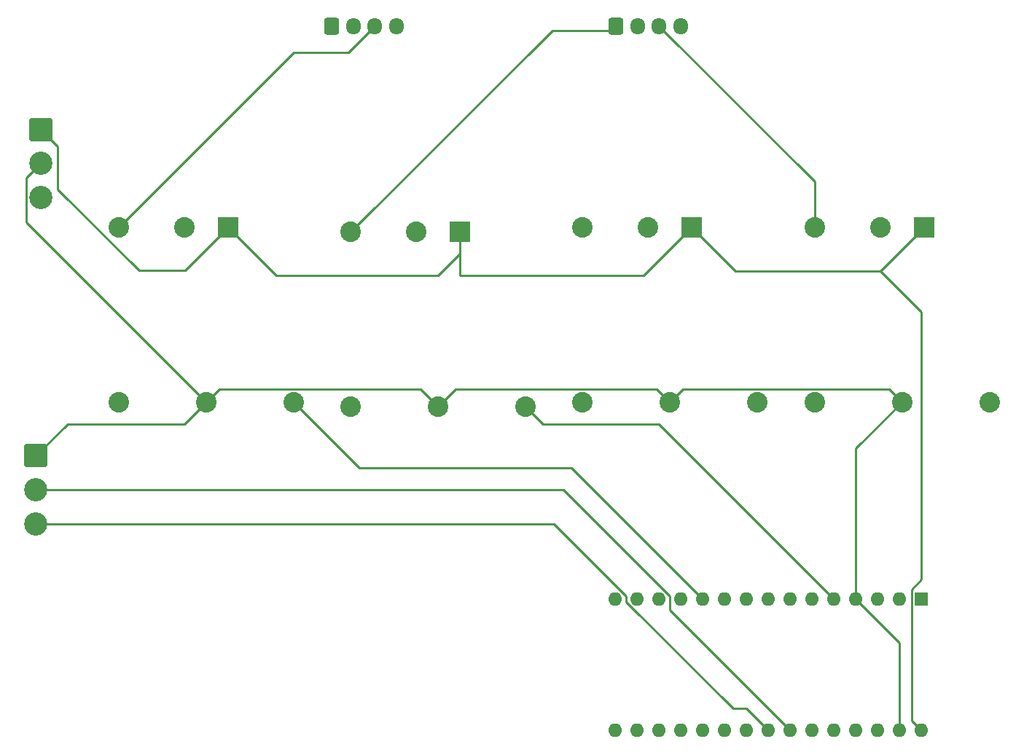
<source format=gtl>
%TF.GenerationSoftware,KiCad,Pcbnew,(6.0.11)*%
%TF.CreationDate,2023-02-28T23:19:18-08:00*%
%TF.ProjectId,kiCad_LED_project,6b694361-645f-44c4-9544-5f70726f6a65,rev?*%
%TF.SameCoordinates,Original*%
%TF.FileFunction,Copper,L1,Top*%
%TF.FilePolarity,Positive*%
%FSLAX46Y46*%
G04 Gerber Fmt 4.6, Leading zero omitted, Abs format (unit mm)*
G04 Created by KiCad (PCBNEW (6.0.11)) date 2023-02-28 23:19:18*
%MOMM*%
%LPD*%
G01*
G04 APERTURE LIST*
G04 Aperture macros list*
%AMRoundRect*
0 Rectangle with rounded corners*
0 $1 Rounding radius*
0 $2 $3 $4 $5 $6 $7 $8 $9 X,Y pos of 4 corners*
0 Add a 4 corners polygon primitive as box body*
4,1,4,$2,$3,$4,$5,$6,$7,$8,$9,$2,$3,0*
0 Add four circle primitives for the rounded corners*
1,1,$1+$1,$2,$3*
1,1,$1+$1,$4,$5*
1,1,$1+$1,$6,$7*
1,1,$1+$1,$8,$9*
0 Add four rect primitives between the rounded corners*
20,1,$1+$1,$2,$3,$4,$5,0*
20,1,$1+$1,$4,$5,$6,$7,0*
20,1,$1+$1,$6,$7,$8,$9,0*
20,1,$1+$1,$8,$9,$2,$3,0*%
G04 Aperture macros list end*
%TA.AperFunction,ComponentPad*%
%ADD10R,2.390000X2.390000*%
%TD*%
%TA.AperFunction,ComponentPad*%
%ADD11C,2.390000*%
%TD*%
%TA.AperFunction,ComponentPad*%
%ADD12RoundRect,0.250001X-1.099999X1.099999X-1.099999X-1.099999X1.099999X-1.099999X1.099999X1.099999X0*%
%TD*%
%TA.AperFunction,ComponentPad*%
%ADD13C,2.700000*%
%TD*%
%TA.AperFunction,ComponentPad*%
%ADD14RoundRect,0.250000X-0.600000X-0.725000X0.600000X-0.725000X0.600000X0.725000X-0.600000X0.725000X0*%
%TD*%
%TA.AperFunction,ComponentPad*%
%ADD15O,1.700000X1.950000*%
%TD*%
%TA.AperFunction,ComponentPad*%
%ADD16R,1.600000X1.600000*%
%TD*%
%TA.AperFunction,ComponentPad*%
%ADD17O,1.600000X1.600000*%
%TD*%
%TA.AperFunction,Conductor*%
%ADD18C,0.250000*%
%TD*%
G04 APERTURE END LIST*
D10*
%TO.P,U1,1,+VIN*%
%TO.N,+BATT*%
X112767500Y-69105000D03*
D11*
%TO.P,U1,2*%
%TO.N,N/C*%
X107687500Y-69105000D03*
%TO.P,U1,3,PWMDIM*%
%TO.N,Net-(A1-Pad5)*%
X120387500Y-89425000D03*
%TO.P,U1,4,-VIN*%
%TO.N,GND*%
X110227500Y-89425000D03*
%TO.P,U1,5,-VOUT*%
%TO.N,Net-(J1-Pad2)*%
X100067500Y-89425000D03*
%TO.P,U1,6,+VOUT*%
%TO.N,Net-(J1-Pad1)*%
X100067500Y-69105000D03*
%TD*%
D12*
%TO.P,J3,1,Pin_1*%
%TO.N,+BATT*%
X64050000Y-57222500D03*
D13*
%TO.P,J3,2,Pin_2*%
%TO.N,GND*%
X64050000Y-61182500D03*
%TO.P,J3,3,Pin_3*%
%TO.N,unconnected-(J3-Pad3)*%
X64050000Y-65142500D03*
%TD*%
D10*
%TO.P,U4,1,+VIN*%
%TO.N,+BATT*%
X85817500Y-68580000D03*
D11*
%TO.P,U4,2*%
%TO.N,N/C*%
X80737500Y-68580000D03*
%TO.P,U4,3,PWMDIM*%
%TO.N,Net-(A1-Pad11)*%
X93437500Y-88900000D03*
%TO.P,U4,4,-VIN*%
%TO.N,GND*%
X83277500Y-88900000D03*
%TO.P,U4,5,-VOUT*%
%TO.N,Net-(J2-Pad4)*%
X73117500Y-88900000D03*
%TO.P,U4,6,+VOUT*%
%TO.N,Net-(J2-Pad3)*%
X73117500Y-68580000D03*
%TD*%
D14*
%TO.P,J2,1,Pin_1*%
%TO.N,Net-(J2-Pad1)*%
X97850000Y-45195000D03*
D15*
%TO.P,J2,2,Pin_2*%
%TO.N,Net-(J2-Pad2)*%
X100350000Y-45195000D03*
%TO.P,J2,3,Pin_3*%
%TO.N,Net-(J2-Pad3)*%
X102850000Y-45195000D03*
%TO.P,J2,4,Pin_4*%
%TO.N,Net-(J2-Pad4)*%
X105350000Y-45195000D03*
%TD*%
D10*
%TO.P,U2,1,+VIN*%
%TO.N,+BATT*%
X166650000Y-68580000D03*
D11*
%TO.P,U2,2*%
%TO.N,N/C*%
X161570000Y-68580000D03*
%TO.P,U2,3,PWMDIM*%
%TO.N,Net-(A1-Pad6)*%
X174270000Y-88900000D03*
%TO.P,U2,4,-VIN*%
%TO.N,GND*%
X164110000Y-88900000D03*
%TO.P,U2,5,-VOUT*%
%TO.N,Net-(J1-Pad4)*%
X153950000Y-88900000D03*
%TO.P,U2,6,+VOUT*%
%TO.N,Net-(J1-Pad3)*%
X153950000Y-68580000D03*
%TD*%
D12*
%TO.P,J4,1,Pin_1*%
%TO.N,GND*%
X63500000Y-95100000D03*
D13*
%TO.P,J4,2,Pin_2*%
%TO.N,Net-(A1-Pad24)*%
X63500000Y-99060000D03*
%TO.P,J4,3,Pin_3*%
%TO.N,Net-(A1-Pad23)*%
X63500000Y-103020000D03*
%TD*%
D14*
%TO.P,J1,1,Pin_1*%
%TO.N,Net-(J1-Pad1)*%
X130870000Y-45195000D03*
D15*
%TO.P,J1,2,Pin_2*%
%TO.N,Net-(J1-Pad2)*%
X133370000Y-45195000D03*
%TO.P,J1,3,Pin_3*%
%TO.N,Net-(J1-Pad3)*%
X135870000Y-45195000D03*
%TO.P,J1,4,Pin_4*%
%TO.N,Net-(J1-Pad4)*%
X138370000Y-45195000D03*
%TD*%
D10*
%TO.P,U3,1,+VIN*%
%TO.N,+BATT*%
X139700000Y-68580000D03*
D11*
%TO.P,U3,2*%
%TO.N,N/C*%
X134620000Y-68580000D03*
%TO.P,U3,3,PWMDIM*%
%TO.N,Net-(A1-Pad10)*%
X147320000Y-88900000D03*
%TO.P,U3,4,-VIN*%
%TO.N,GND*%
X137160000Y-88900000D03*
%TO.P,U3,5,-VOUT*%
%TO.N,Net-(J2-Pad2)*%
X127000000Y-88900000D03*
%TO.P,U3,6,+VOUT*%
%TO.N,Net-(J2-Pad1)*%
X127000000Y-68580000D03*
%TD*%
D16*
%TO.P,A1,1,D1/TX*%
%TO.N,unconnected-(A1-Pad1)*%
X166360000Y-111760000D03*
D17*
%TO.P,A1,2,D0/RX*%
%TO.N,unconnected-(A1-Pad2)*%
X163820000Y-111760000D03*
%TO.P,A1,3,~{RESET}*%
%TO.N,unconnected-(A1-Pad3)*%
X161280000Y-111760000D03*
%TO.P,A1,4,GND*%
%TO.N,GND*%
X158740000Y-111760000D03*
%TO.P,A1,5,D2*%
%TO.N,Net-(A1-Pad5)*%
X156200000Y-111760000D03*
%TO.P,A1,6,D3*%
%TO.N,Net-(A1-Pad6)*%
X153660000Y-111760000D03*
%TO.P,A1,7,D4*%
%TO.N,unconnected-(A1-Pad7)*%
X151120000Y-111760000D03*
%TO.P,A1,8,D5*%
%TO.N,unconnected-(A1-Pad8)*%
X148580000Y-111760000D03*
%TO.P,A1,9,D6*%
%TO.N,unconnected-(A1-Pad9)*%
X146040000Y-111760000D03*
%TO.P,A1,10,D7*%
%TO.N,Net-(A1-Pad10)*%
X143500000Y-111760000D03*
%TO.P,A1,11,D8*%
%TO.N,Net-(A1-Pad11)*%
X140960000Y-111760000D03*
%TO.P,A1,12,D9*%
%TO.N,unconnected-(A1-Pad12)*%
X138420000Y-111760000D03*
%TO.P,A1,13,D10*%
%TO.N,unconnected-(A1-Pad13)*%
X135880000Y-111760000D03*
%TO.P,A1,14,D11*%
%TO.N,unconnected-(A1-Pad14)*%
X133340000Y-111760000D03*
%TO.P,A1,15,D12*%
%TO.N,unconnected-(A1-Pad15)*%
X130800000Y-111760000D03*
%TO.P,A1,16,D13*%
%TO.N,unconnected-(A1-Pad16)*%
X130800000Y-127000000D03*
%TO.P,A1,17,3V3*%
%TO.N,unconnected-(A1-Pad17)*%
X133340000Y-127000000D03*
%TO.P,A1,18,AREF*%
%TO.N,unconnected-(A1-Pad18)*%
X135880000Y-127000000D03*
%TO.P,A1,19,A0*%
%TO.N,unconnected-(A1-Pad19)*%
X138420000Y-127000000D03*
%TO.P,A1,20,A1*%
%TO.N,unconnected-(A1-Pad20)*%
X140960000Y-127000000D03*
%TO.P,A1,21,A2*%
%TO.N,unconnected-(A1-Pad21)*%
X143500000Y-127000000D03*
%TO.P,A1,22,A3*%
%TO.N,unconnected-(A1-Pad22)*%
X146040000Y-127000000D03*
%TO.P,A1,23,A4*%
%TO.N,Net-(A1-Pad23)*%
X148580000Y-127000000D03*
%TO.P,A1,24,A5*%
%TO.N,Net-(A1-Pad24)*%
X151120000Y-127000000D03*
%TO.P,A1,25,A6*%
%TO.N,unconnected-(A1-Pad25)*%
X153660000Y-127000000D03*
%TO.P,A1,26,A7*%
%TO.N,unconnected-(A1-Pad26)*%
X156200000Y-127000000D03*
%TO.P,A1,27,+5V*%
%TO.N,unconnected-(A1-Pad27)*%
X158740000Y-127000000D03*
%TO.P,A1,28,~{RESET}*%
%TO.N,unconnected-(A1-Pad28)*%
X161280000Y-127000000D03*
%TO.P,A1,29,GND*%
%TO.N,GND*%
X163820000Y-127000000D03*
%TO.P,A1,30,VIN*%
%TO.N,+BATT*%
X166360000Y-127000000D03*
%TD*%
D18*
%TO.N,+BATT*%
X112767500Y-71645000D02*
X110227500Y-74185000D01*
X91422500Y-74185000D02*
X85817500Y-68580000D01*
X110227500Y-74185000D02*
X91422500Y-74185000D01*
X112767500Y-69105000D02*
X112767500Y-71645000D01*
X112767500Y-69105000D02*
X112767500Y-74185000D01*
X134095000Y-74185000D02*
X139700000Y-68580000D01*
X112767500Y-74185000D02*
X134095000Y-74185000D01*
%TO.N,GND*%
X62375000Y-62857500D02*
X62375000Y-67997500D01*
X163820000Y-116840000D02*
X158740000Y-111760000D01*
X138680000Y-87380000D02*
X137160000Y-88900000D01*
X62375000Y-67997500D02*
X83277500Y-88900000D01*
X67160000Y-91440000D02*
X63500000Y-95100000D01*
X64050000Y-61182500D02*
X62375000Y-62857500D01*
X158740000Y-94270000D02*
X164110000Y-88900000D01*
X164110000Y-88900000D02*
X162590000Y-87380000D01*
X158740000Y-111760000D02*
X158740000Y-94270000D01*
X108182500Y-87380000D02*
X110227500Y-89425000D01*
X112272500Y-87380000D02*
X135640000Y-87380000D01*
X162590000Y-87380000D02*
X138680000Y-87380000D01*
X83277500Y-88900000D02*
X80737500Y-91440000D01*
X163820000Y-127000000D02*
X163820000Y-116840000D01*
X110227500Y-89425000D02*
X112272500Y-87380000D01*
X135640000Y-87380000D02*
X137160000Y-88900000D01*
X80737500Y-91440000D02*
X67160000Y-91440000D01*
X83277500Y-88900000D02*
X84797500Y-87380000D01*
X84797500Y-87380000D02*
X108182500Y-87380000D01*
%TO.N,Net-(A1-Pad5)*%
X122402500Y-91440000D02*
X120387500Y-89425000D01*
X156200000Y-111760000D02*
X135880000Y-91440000D01*
X135880000Y-91440000D02*
X122402500Y-91440000D01*
%TO.N,Net-(A1-Pad11)*%
X93437500Y-88900000D02*
X101057500Y-96520000D01*
X125720000Y-96520000D02*
X140960000Y-111760000D01*
X101057500Y-96520000D02*
X125720000Y-96520000D01*
%TO.N,Net-(A1-Pad23)*%
X144449009Y-124460000D02*
X146040000Y-124460000D01*
X132080000Y-111449009D02*
X132080000Y-112090991D01*
X146040000Y-124460000D02*
X148580000Y-127000000D01*
X63500000Y-103020000D02*
X123650991Y-103020000D01*
X123650991Y-103020000D02*
X132080000Y-111449009D01*
X132080000Y-112090991D02*
X144449009Y-124460000D01*
%TO.N,Net-(A1-Pad24)*%
X63500000Y-99060000D02*
X124770991Y-99060000D01*
X124770991Y-99060000D02*
X137160000Y-111449009D01*
X137160000Y-111449009D02*
X137160000Y-113040000D01*
X137160000Y-113040000D02*
X151120000Y-127000000D01*
%TO.N,Net-(J1-Pad1)*%
X123452500Y-45720000D02*
X130345000Y-45720000D01*
X100067500Y-69105000D02*
X123452500Y-45720000D01*
X130345000Y-45720000D02*
X130870000Y-45195000D01*
%TO.N,Net-(J1-Pad3)*%
X153950000Y-68580000D02*
X153950000Y-63275000D01*
X153950000Y-63275000D02*
X135870000Y-45195000D01*
%TO.N,Net-(J2-Pad3)*%
X93437500Y-48260000D02*
X99785000Y-48260000D01*
X73117500Y-68580000D02*
X93437500Y-48260000D01*
X99785000Y-48260000D02*
X102850000Y-45195000D01*
%TO.N,+BATT*%
X161570000Y-73660000D02*
X166360000Y-78450000D01*
X64050000Y-57222500D02*
X66040000Y-59212500D01*
X75499360Y-73613052D02*
X66040000Y-64153692D01*
X80784448Y-73613052D02*
X75499360Y-73613052D01*
X165235000Y-125875000D02*
X166360000Y-127000000D01*
X166360000Y-78450000D02*
X166360000Y-109510000D01*
X161570000Y-73660000D02*
X144780000Y-73660000D01*
X85817500Y-68580000D02*
X80784448Y-73613052D01*
X66040000Y-59212500D02*
X66040000Y-64153692D01*
X144780000Y-73660000D02*
X139700000Y-68580000D01*
X166650000Y-68580000D02*
X161570000Y-73660000D01*
X166360000Y-109510000D02*
X165235000Y-110635000D01*
X165235000Y-110635000D02*
X165235000Y-125875000D01*
%TD*%
M02*

</source>
